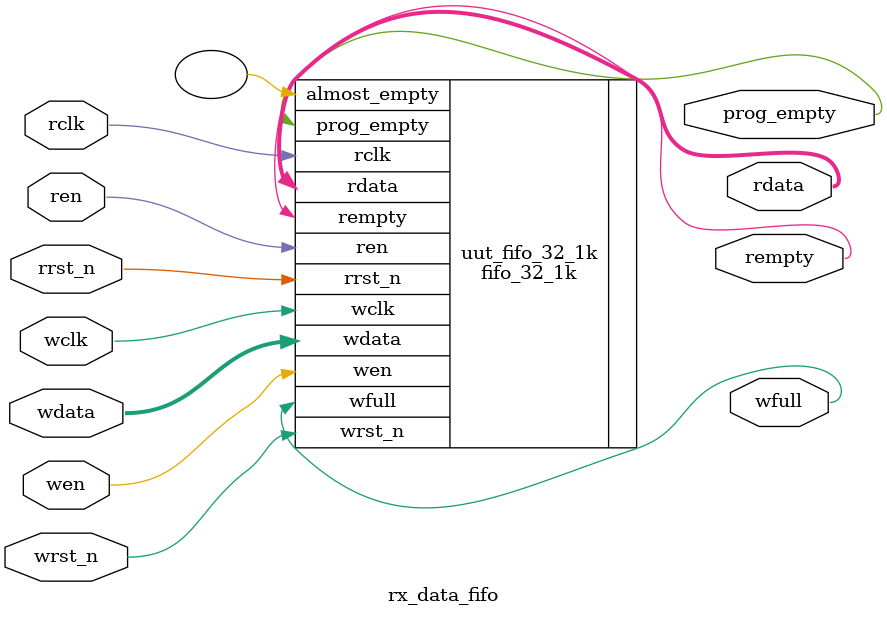
<source format=v>

module rx_data_fifo(
    wclk,
    rclk,
    rrst_n,
    wrst_n,
    wdata,
    rdata,
    wen,
    ren,
    prog_empty,
    rempty,
    wfull
);

input wclk;
input rclk;
input rrst_n;
input wrst_n;
input [31:0] wdata;
output [31:0] rdata;
input wen;
input ren;
output prog_empty;
output rempty;
output wfull;


fifo_32_1k #(
	.ALMOSTEMPTYTH(10'd810)
)
uut_fifo_32_1k(
	.wclk(wclk),
	.rclk(rclk),
	.rrst_n(rrst_n),
	.wrst_n(wrst_n),
	.wdata(wdata),
	.rdata(rdata),
	.wen(wen),
	.ren(ren),
	.almost_empty(),
	.prog_empty(prog_empty),
	.rempty(rempty),
	.wfull(wfull)
);

endmodule

// ============================================================
//                  fifo Setting
//
// Warning: This part is read by Fuxi, please don't modify it.
// ============================================================
// Device          : H1D03N3W72C7
// Module          : rx_data_fifo
// IP core         : fifo
// IP Version      : 2

// AlmostEmpty     : false
// AlmostFull      : false
// EmptyAssert     : 3
// EmptyNegate     : 2
// EmptySingle     : 810
// EmptyType       : 1
// FifoType        : software
// FullAssert      : 3
// FullNegate      : 2
// FullSingle      : 2
// FullType        : 0
// Fwft            : true
// OverFlow        : false
// PeekMode        : false
// ReadAck         : false
// ReadAddrWidth   : 10
// ReadClr         : false
// ReadCnt         : true
// ReadDataWidth   : 32
// Regout          : false
// RegoutEn        : false
// Simulation Files: ../ip_core/fifo_v2/src/syn_fifo.v ../ip_core/fifo_v2/src/asyn_fifo.v
// Synthesis Files : src/syn_fifo.v src/asyn_fifo.v
// UnderFlow       : false
// UseHardWare     : false
// WorkMode        : true
// WriteAck        : false
// WriteAddrWidth  : 10
// WriteClr        : false
// WriteCnt        : false
// WriteDataWidth  : 32
// WriteDrop       : false

</source>
